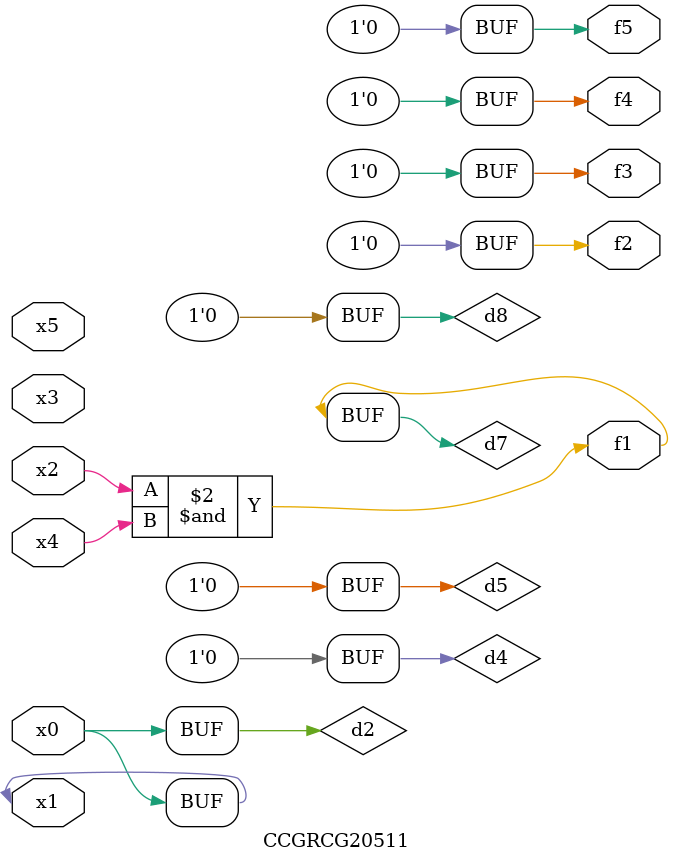
<source format=v>
module CCGRCG20511(
	input x0, x1, x2, x3, x4, x5,
	output f1, f2, f3, f4, f5
);

	wire d1, d2, d3, d4, d5, d6, d7, d8, d9;

	nand (d1, x1);
	buf (d2, x0, x1);
	nand (d3, x2, x4);
	and (d4, d1, d2);
	and (d5, d1, d2);
	nand (d6, d1, d3);
	not (d7, d3);
	xor (d8, d5);
	nor (d9, d5, d6);
	assign f1 = d7;
	assign f2 = d8;
	assign f3 = d8;
	assign f4 = d8;
	assign f5 = d8;
endmodule

</source>
